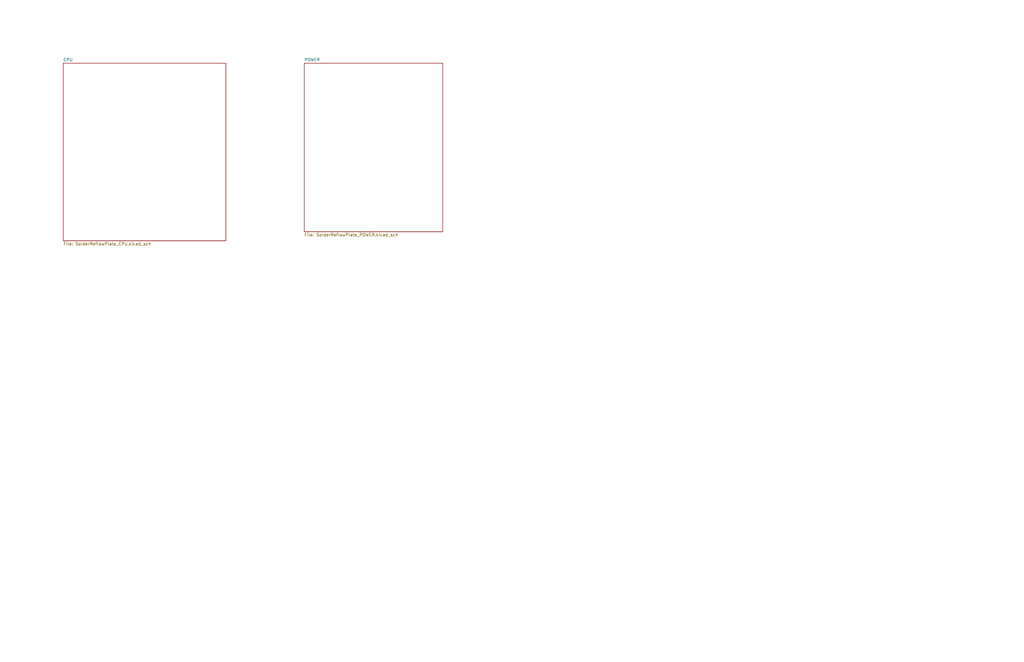
<source format=kicad_sch>
(kicad_sch (version 20230121) (generator eeschema)
  (paper "USLedger")
  (lib_symbols)
  (sheet (at 128.27 26.67) (size 58.42 71.12) (stroke (width 0.1524))
    (property "Sheetname" "POWER" (at 128.27 25.9584 0) (effects (justify left bottom)))
    (property "Sheetfile" "SolderReflowPlate_POWER.kicad_sch" (at 128.27 98.3746 0) (effects (justify left top)))
  )
  (sheet (at 26.67 26.67) (size 68.58 74.93) (stroke (width 0.1524))
    (property "Sheetname" "CPU" (at 26.67 25.9584 0) (effects (justify left bottom)))
    (property "Sheetfile" "SolderReflowPlate_CPU.kicad_sch" (at 26.67 102.1846 0) (effects (justify left top)))
  )
)
</source>
